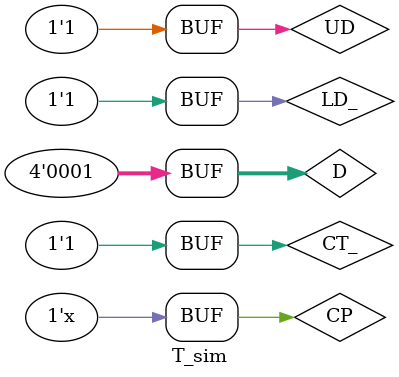
<source format=v>
`timescale 1ns / 1ps

module T_sim();
reg LD_,CT_,UD,CP;
reg [3:0]D;
wire [3:0]Q;
wire M,R;
Timers test(LD_,CT_,UD,CP,D,Q,M,R);
initial
begin 
LD_=0;CT_=0;UD=0;CP=0;
end
always#10 CP=~CP;
initial
begin 
    D=4'b0000;
    #10;
    //ÖÃÊý
    LD_=0;
    #10;
    //+
    LD_=1;
    CT_=0;
    UD=0;
    #100;
    
    //±£³Ö
    LD_=1;
    CT_=1;
    #20;
    
    D=4'b1110;
    LD_=0;
    #10;
    //++
    LD_=1;
    CT_=0;
    #50;
    
    //±£³Ö
    LD_=1;
    CT_=1;
    #20;
    
    //-
    LD_=1;
    CT_=0;
    UD=1;
    #100;
    
    //±£³Ö
    LD_=1;
    CT_=1;
    #20;
    
    D=4'b0001;
    LD_=0;
    #10;
    //--
    LD_=1;
    CT_=0;
    #50;
    
    //±£³Ö
    LD_=1;
    CT_=1;
    #20;
end
endmodule

</source>
